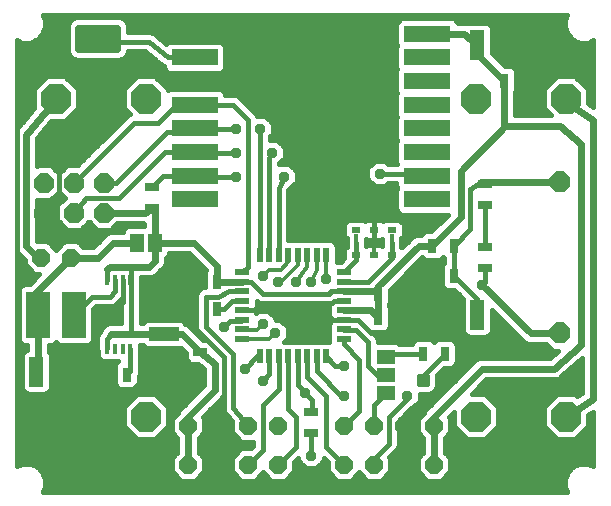
<source format=gtl>
G75*
%MOIN*%
%OFA0B0*%
%FSLAX25Y25*%
%IPPOS*%
%LPD*%
%AMOC8*
5,1,8,0,0,1.08239X$1,22.5*
%
%ADD10R,0.15748X0.05512*%
%ADD11R,0.04724X0.09843*%
%ADD12R,0.09843X0.04724*%
%ADD13R,0.07874X0.15748*%
%ADD14R,0.01575X0.03543*%
%ADD15R,0.03150X0.04724*%
%ADD16R,0.04724X0.03150*%
%ADD17OC8,0.06000*%
%ADD18R,0.04600X0.06300*%
%ADD19OC8,0.10050*%
%ADD20R,0.01575X0.06299*%
%ADD21R,0.03150X0.01969*%
%ADD22OC8,0.06600*%
%ADD23C,0.02362*%
%ADD24OC8,0.07000*%
%ADD25C,0.01181*%
%ADD26R,0.06300X0.04600*%
%ADD27R,0.05000X0.02200*%
%ADD28R,0.02200X0.05000*%
%ADD29C,0.01600*%
%ADD30C,0.02400*%
%ADD31C,0.01200*%
%ADD32OC8,0.03562*%
%ADD33C,0.01000*%
%ADD34C,0.01800*%
D10*
X0064020Y0102241D03*
X0064020Y0110115D03*
X0064020Y0117989D03*
X0064020Y0125863D03*
X0064020Y0133737D03*
X0064020Y0141611D03*
X0064020Y0149485D03*
X0064020Y0157359D03*
X0141580Y0157359D03*
X0141580Y0149485D03*
X0141580Y0141611D03*
X0141580Y0133737D03*
X0141580Y0125863D03*
X0141580Y0117989D03*
X0141580Y0110115D03*
X0141580Y0102241D03*
D11*
X0145304Y0063800D03*
X0158296Y0063800D03*
X0158304Y0153800D03*
X0171296Y0153800D03*
X0024296Y0044800D03*
X0011304Y0044800D03*
D12*
X0053800Y0044304D03*
X0053800Y0057296D03*
D13*
X0023706Y0063800D03*
X0011894Y0063800D03*
D14*
X0034961Y0052383D03*
X0037520Y0052383D03*
X0040080Y0052383D03*
X0042639Y0052383D03*
X0042639Y0075217D03*
X0040080Y0075217D03*
X0037520Y0075217D03*
X0034961Y0075217D03*
D15*
X0064257Y0074800D03*
X0071343Y0074800D03*
X0071343Y0065800D03*
X0064257Y0065800D03*
X0041343Y0043800D03*
X0034257Y0043800D03*
X0125257Y0062800D03*
X0132343Y0062800D03*
X0132343Y0070800D03*
X0125257Y0070800D03*
X0143257Y0076800D03*
X0150343Y0076800D03*
X0150343Y0086800D03*
X0143257Y0086800D03*
X0140257Y0050800D03*
X0147343Y0050800D03*
X0167257Y0141800D03*
X0174343Y0141800D03*
D16*
X0160800Y0107343D03*
X0160800Y0100257D03*
X0160800Y0086343D03*
X0160800Y0079257D03*
X0102800Y0031343D03*
X0102800Y0024257D03*
X0065800Y0044257D03*
X0065800Y0051343D03*
X0049800Y0099257D03*
X0049800Y0106343D03*
D17*
X0022800Y0082800D03*
X0012800Y0082800D03*
X0061800Y0026800D03*
X0071800Y0026800D03*
X0081800Y0026800D03*
X0091800Y0026800D03*
X0091800Y0013800D03*
X0081800Y0013800D03*
X0071800Y0013800D03*
X0061800Y0013800D03*
X0113800Y0013800D03*
X0123800Y0013800D03*
X0133800Y0013800D03*
X0143800Y0013800D03*
X0143800Y0026800D03*
X0133800Y0026800D03*
X0123800Y0026800D03*
X0113800Y0026800D03*
D18*
X0050800Y0087800D03*
X0044800Y0087800D03*
D19*
X0047800Y0135800D03*
X0017800Y0135800D03*
X0017800Y0029800D03*
X0047800Y0029800D03*
X0157800Y0029800D03*
X0187800Y0029800D03*
X0187800Y0135800D03*
X0157800Y0135800D03*
D20*
X0129706Y0087800D03*
X0123800Y0087800D03*
X0117894Y0087800D03*
D21*
X0117894Y0091934D03*
X0123800Y0091934D03*
X0129706Y0091934D03*
X0129706Y0083666D03*
X0123800Y0083666D03*
X0117894Y0083666D03*
D22*
X0033800Y0097800D03*
X0033800Y0107800D03*
X0023800Y0107800D03*
X0023800Y0097800D03*
X0013800Y0097800D03*
X0013800Y0107800D03*
D23*
X0025304Y0152257D02*
X0038296Y0152257D01*
X0025304Y0152257D02*
X0025304Y0159343D01*
X0038296Y0159343D01*
X0038296Y0152257D01*
X0038296Y0154618D02*
X0025304Y0154618D01*
X0025304Y0156979D02*
X0038296Y0156979D01*
X0038296Y0159340D02*
X0025304Y0159340D01*
D24*
X0185800Y0107997D03*
X0185800Y0057603D03*
D25*
X0145875Y0043178D02*
X0145875Y0040422D01*
X0145875Y0043178D02*
X0148631Y0043178D01*
X0148631Y0040422D01*
X0145875Y0040422D01*
X0145875Y0041602D02*
X0148631Y0041602D01*
X0148631Y0042782D02*
X0145875Y0042782D01*
X0138969Y0043178D02*
X0138969Y0040422D01*
X0138969Y0043178D02*
X0141725Y0043178D01*
X0141725Y0040422D01*
X0138969Y0040422D01*
X0138969Y0041602D02*
X0141725Y0041602D01*
X0141725Y0042782D02*
X0138969Y0042782D01*
D26*
X0127800Y0043800D03*
X0127800Y0037800D03*
X0127800Y0049800D03*
D27*
X0113700Y0055776D03*
X0113700Y0058926D03*
X0113700Y0062076D03*
X0113700Y0065225D03*
X0113700Y0068375D03*
X0113700Y0071524D03*
X0113700Y0074674D03*
X0113700Y0077824D03*
X0079900Y0077824D03*
X0079900Y0074674D03*
X0079900Y0071524D03*
X0079900Y0068375D03*
X0079900Y0065225D03*
X0079900Y0062076D03*
X0079900Y0058926D03*
X0079900Y0055776D03*
D28*
X0085776Y0049900D03*
X0088926Y0049900D03*
X0092076Y0049900D03*
X0095225Y0049900D03*
X0098375Y0049900D03*
X0101524Y0049900D03*
X0104674Y0049900D03*
X0107824Y0049900D03*
X0107824Y0083700D03*
X0104674Y0083700D03*
X0101524Y0083700D03*
X0098375Y0083700D03*
X0095225Y0083700D03*
X0092076Y0083700D03*
X0088926Y0083700D03*
X0085776Y0083700D03*
D29*
X0014137Y0006539D02*
X0013416Y0004800D01*
X0188184Y0004800D01*
X0187463Y0006539D01*
X0187463Y0009061D01*
X0188428Y0011390D01*
X0190210Y0013172D01*
X0192539Y0014137D01*
X0195061Y0014137D01*
X0196800Y0013416D01*
X0196800Y0031473D01*
X0195225Y0030423D01*
X0195225Y0026724D01*
X0190876Y0022375D01*
X0184724Y0022375D01*
X0180375Y0026724D01*
X0180375Y0032876D01*
X0184724Y0037225D01*
X0190876Y0037225D01*
X0191504Y0036596D01*
X0193200Y0037727D01*
X0193200Y0049339D01*
X0186271Y0043180D01*
X0185839Y0042748D01*
X0185738Y0042706D01*
X0185656Y0042634D01*
X0185080Y0042434D01*
X0184516Y0042200D01*
X0184407Y0042200D01*
X0184303Y0042164D01*
X0183694Y0042200D01*
X0161291Y0042200D01*
X0156316Y0037225D01*
X0160876Y0037225D01*
X0165225Y0032876D01*
X0165225Y0026724D01*
X0160876Y0022375D01*
X0154724Y0022375D01*
X0150375Y0026724D01*
X0150375Y0031284D01*
X0148664Y0029573D01*
X0149200Y0029037D01*
X0149200Y0024563D01*
X0147400Y0022763D01*
X0147400Y0017837D01*
X0149200Y0016037D01*
X0149200Y0011563D01*
X0146037Y0008400D01*
X0141563Y0008400D01*
X0138400Y0011563D01*
X0138400Y0016037D01*
X0140200Y0017837D01*
X0140200Y0022763D01*
X0138400Y0024563D01*
X0138400Y0029037D01*
X0140427Y0031063D01*
X0140748Y0031839D01*
X0156748Y0047839D01*
X0157761Y0048852D01*
X0159084Y0049400D01*
X0182431Y0049400D01*
X0185022Y0051703D01*
X0183356Y0051703D01*
X0181056Y0054003D01*
X0176713Y0054003D01*
X0175281Y0054003D01*
X0173958Y0054551D01*
X0150924Y0054551D01*
X0150953Y0054522D02*
X0150278Y0055197D01*
X0149395Y0055562D01*
X0145291Y0055562D01*
X0144409Y0055197D01*
X0143800Y0054588D01*
X0143191Y0055197D01*
X0142309Y0055562D01*
X0138204Y0055562D01*
X0137322Y0055197D01*
X0136647Y0054522D01*
X0136431Y0054000D01*
X0132444Y0054000D01*
X0132309Y0054135D01*
X0131427Y0054500D01*
X0125000Y0054500D01*
X0125000Y0055437D01*
X0124513Y0056613D01*
X0123005Y0058120D01*
X0123204Y0058038D01*
X0127309Y0058038D01*
X0128191Y0058403D01*
X0128866Y0059078D01*
X0129231Y0059960D01*
X0129231Y0065640D01*
X0128866Y0066522D01*
X0128857Y0066531D01*
X0128857Y0067069D01*
X0128866Y0067078D01*
X0129231Y0067960D01*
X0129231Y0072140D01*
X0139908Y0082817D01*
X0140322Y0082403D01*
X0141204Y0082038D01*
X0145309Y0082038D01*
X0146191Y0082403D01*
X0146800Y0083012D01*
X0147143Y0082669D01*
X0147143Y0080931D01*
X0146734Y0080522D01*
X0146369Y0079640D01*
X0146369Y0073960D01*
X0146734Y0073078D01*
X0147409Y0072403D01*
X0148291Y0072038D01*
X0150580Y0072038D01*
X0153534Y0069084D01*
X0153534Y0058401D01*
X0153899Y0057519D01*
X0154574Y0056844D01*
X0155456Y0056479D01*
X0161136Y0056479D01*
X0162018Y0056844D01*
X0162693Y0057519D01*
X0163058Y0058401D01*
X0163058Y0065451D01*
X0173958Y0054551D01*
X0172359Y0056149D02*
X0124705Y0056149D01*
X0125000Y0054551D02*
X0136676Y0054551D01*
X0140257Y0050800D02*
X0127800Y0050800D01*
X0121800Y0046800D02*
X0121800Y0054800D01*
X0117800Y0058800D01*
X0113826Y0058800D01*
X0113700Y0058926D01*
X0113700Y0055776D02*
X0113700Y0053900D01*
X0118800Y0048800D01*
X0118800Y0031800D01*
X0113800Y0026800D01*
X0107800Y0019800D02*
X0113800Y0013800D01*
X0118800Y0011163D02*
X0121563Y0008400D01*
X0126037Y0008400D01*
X0129200Y0011563D01*
X0129200Y0016037D01*
X0128881Y0016356D01*
X0130613Y0018087D01*
X0131513Y0018987D01*
X0132000Y0020163D01*
X0132000Y0028475D01*
X0136144Y0032619D01*
X0136532Y0032619D01*
X0138981Y0035068D01*
X0138981Y0037431D01*
X0142320Y0037431D01*
X0143419Y0037887D01*
X0144260Y0038728D01*
X0144716Y0039827D01*
X0144716Y0043647D01*
X0147107Y0046038D01*
X0149395Y0046038D01*
X0150278Y0046403D01*
X0150953Y0047078D01*
X0151318Y0047960D01*
X0151318Y0053640D01*
X0150953Y0054522D01*
X0151318Y0052952D02*
X0182107Y0052952D01*
X0184629Y0051354D02*
X0151318Y0051354D01*
X0151318Y0049755D02*
X0182831Y0049755D01*
X0188273Y0044960D02*
X0193200Y0044960D01*
X0193200Y0046558D02*
X0190072Y0046558D01*
X0191870Y0048157D02*
X0193200Y0048157D01*
X0193200Y0043361D02*
X0186475Y0043361D01*
X0193200Y0041763D02*
X0160854Y0041763D01*
X0159255Y0040164D02*
X0193200Y0040164D01*
X0193200Y0038566D02*
X0157657Y0038566D01*
X0161133Y0036967D02*
X0184467Y0036967D01*
X0182868Y0035369D02*
X0162732Y0035369D01*
X0164330Y0033770D02*
X0181270Y0033770D01*
X0180375Y0032172D02*
X0165225Y0032172D01*
X0165225Y0030573D02*
X0180375Y0030573D01*
X0180375Y0028975D02*
X0165225Y0028975D01*
X0165225Y0027376D02*
X0180375Y0027376D01*
X0181322Y0025778D02*
X0164278Y0025778D01*
X0162680Y0024179D02*
X0182920Y0024179D01*
X0184519Y0022581D02*
X0161081Y0022581D01*
X0154519Y0022581D02*
X0147400Y0022581D01*
X0147400Y0020982D02*
X0196800Y0020982D01*
X0196800Y0019384D02*
X0147400Y0019384D01*
X0147452Y0017785D02*
X0196800Y0017785D01*
X0196800Y0016187D02*
X0149050Y0016187D01*
X0149200Y0014588D02*
X0196800Y0014588D01*
X0190028Y0012990D02*
X0149200Y0012990D01*
X0149028Y0011391D02*
X0188429Y0011391D01*
X0187766Y0009793D02*
X0147429Y0009793D01*
X0140171Y0009793D02*
X0127429Y0009793D01*
X0129028Y0011391D02*
X0138572Y0011391D01*
X0138400Y0012990D02*
X0129200Y0012990D01*
X0129200Y0014588D02*
X0138400Y0014588D01*
X0138550Y0016187D02*
X0129050Y0016187D01*
X0130311Y0017785D02*
X0140148Y0017785D01*
X0140200Y0019384D02*
X0131677Y0019384D01*
X0132000Y0020982D02*
X0140200Y0020982D01*
X0140200Y0022581D02*
X0132000Y0022581D01*
X0132000Y0024179D02*
X0138784Y0024179D01*
X0138400Y0025778D02*
X0132000Y0025778D01*
X0132000Y0027376D02*
X0138400Y0027376D01*
X0138400Y0028975D02*
X0132500Y0028975D01*
X0133800Y0028347D02*
X0147253Y0041800D01*
X0147253Y0043253D02*
X0152800Y0048800D01*
X0152800Y0056304D01*
X0145304Y0063800D01*
X0133343Y0063800D01*
X0132343Y0062800D02*
X0132343Y0070800D01*
X0137257Y0070800D01*
X0143257Y0076800D01*
X0146369Y0076930D02*
X0134021Y0076930D01*
X0132423Y0075332D02*
X0146369Y0075332D01*
X0146463Y0073733D02*
X0130824Y0073733D01*
X0129231Y0072134D02*
X0148058Y0072134D01*
X0152082Y0070536D02*
X0129231Y0070536D01*
X0129231Y0068937D02*
X0153534Y0068937D01*
X0153534Y0067339D02*
X0128974Y0067339D01*
X0129190Y0065740D02*
X0153534Y0065740D01*
X0153534Y0064142D02*
X0129231Y0064142D01*
X0129231Y0062543D02*
X0153534Y0062543D01*
X0153534Y0060945D02*
X0129231Y0060945D01*
X0128977Y0059346D02*
X0153534Y0059346D01*
X0153805Y0057748D02*
X0123378Y0057748D01*
X0122800Y0057800D02*
X0129800Y0057800D01*
X0131800Y0059800D01*
X0131800Y0062257D01*
X0122800Y0057800D02*
X0118524Y0062076D01*
X0113700Y0062076D01*
X0101524Y0062076D01*
X0099800Y0063800D01*
X0099800Y0064800D01*
X0099800Y0066800D01*
X0100800Y0067800D01*
X0109800Y0067800D01*
X0110375Y0068375D01*
X0113700Y0068375D01*
X0113700Y0071524D02*
X0109524Y0071524D01*
X0108800Y0070800D01*
X0086800Y0070800D01*
X0082926Y0074674D01*
X0079900Y0074674D01*
X0079900Y0071524D02*
X0075524Y0071524D01*
X0071800Y0069800D01*
X0067800Y0069800D01*
X0067800Y0059800D01*
X0076800Y0050800D01*
X0076800Y0032800D01*
X0081800Y0026800D01*
X0078383Y0022581D02*
X0065400Y0022581D01*
X0065400Y0022763D02*
X0067200Y0024563D01*
X0067200Y0029037D01*
X0066664Y0029573D01*
X0072839Y0035748D01*
X0073600Y0036509D01*
X0073600Y0032945D01*
X0073556Y0032456D01*
X0073600Y0032313D01*
X0073600Y0032163D01*
X0073788Y0031710D01*
X0073934Y0031240D01*
X0074030Y0031126D01*
X0074087Y0030987D01*
X0074435Y0030640D01*
X0076400Y0028281D01*
X0076400Y0024563D01*
X0079563Y0021400D01*
X0083600Y0021400D01*
X0083600Y0020125D01*
X0082675Y0019200D01*
X0079563Y0019200D01*
X0076400Y0016037D01*
X0076400Y0011563D01*
X0079563Y0008400D01*
X0084037Y0008400D01*
X0086800Y0011163D01*
X0089563Y0008400D01*
X0094037Y0008400D01*
X0097200Y0011563D01*
X0097200Y0014675D01*
X0098619Y0016093D01*
X0098619Y0015068D01*
X0101068Y0012619D01*
X0104532Y0012619D01*
X0106981Y0015068D01*
X0106981Y0016093D01*
X0108400Y0014675D01*
X0108400Y0011563D01*
X0111563Y0008400D01*
X0116037Y0008400D01*
X0118800Y0011163D01*
X0117429Y0009793D02*
X0120171Y0009793D01*
X0123800Y0013800D02*
X0123800Y0015800D01*
X0128800Y0020800D01*
X0128800Y0029800D01*
X0134800Y0035800D01*
X0134800Y0036800D01*
X0137683Y0033770D02*
X0142679Y0033770D01*
X0141081Y0032172D02*
X0135697Y0032172D01*
X0134099Y0030573D02*
X0139936Y0030573D01*
X0138981Y0035369D02*
X0144278Y0035369D01*
X0145876Y0036967D02*
X0138981Y0036967D01*
X0140347Y0041800D02*
X0140347Y0043804D01*
X0147343Y0050800D01*
X0151318Y0048157D02*
X0157066Y0048157D01*
X0155467Y0046558D02*
X0150433Y0046558D01*
X0152270Y0043361D02*
X0144716Y0043361D01*
X0144716Y0041763D02*
X0150672Y0041763D01*
X0149073Y0040164D02*
X0144716Y0040164D01*
X0144098Y0038566D02*
X0147475Y0038566D01*
X0146029Y0044960D02*
X0153869Y0044960D01*
X0150375Y0030573D02*
X0149664Y0030573D01*
X0149200Y0028975D02*
X0150375Y0028975D01*
X0150375Y0027376D02*
X0149200Y0027376D01*
X0149200Y0025778D02*
X0151322Y0025778D01*
X0152920Y0024179D02*
X0148816Y0024179D01*
X0133800Y0026800D02*
X0133800Y0013800D01*
X0133800Y0007800D01*
X0131800Y0005800D01*
X0072800Y0005800D01*
X0026800Y0005800D01*
X0004800Y0026800D01*
X0004800Y0029800D01*
X0017800Y0029800D01*
X0014144Y0037479D02*
X0008464Y0037479D01*
X0007582Y0037844D01*
X0006907Y0038519D01*
X0006542Y0039401D01*
X0006542Y0050199D01*
X0006907Y0051081D01*
X0007582Y0051756D01*
X0008294Y0052051D01*
X0008294Y0053526D01*
X0007480Y0053526D01*
X0006598Y0053891D01*
X0005923Y0054566D01*
X0005557Y0055449D01*
X0005557Y0072151D01*
X0005923Y0073034D01*
X0006598Y0073709D01*
X0007480Y0074074D01*
X0008983Y0074074D01*
X0012309Y0077400D01*
X0010563Y0077400D01*
X0007400Y0080563D01*
X0007400Y0082109D01*
X0005761Y0083748D01*
X0005761Y0083748D01*
X0004800Y0084709D01*
X0004800Y0013416D01*
X0006539Y0014137D01*
X0009061Y0014137D01*
X0011390Y0013172D01*
X0013172Y0011390D01*
X0014137Y0009061D01*
X0014137Y0006539D01*
X0014137Y0006596D02*
X0187463Y0006596D01*
X0187463Y0008194D02*
X0014137Y0008194D01*
X0013834Y0009793D02*
X0058171Y0009793D01*
X0059563Y0008400D02*
X0056400Y0011563D01*
X0056400Y0016037D01*
X0058200Y0017837D01*
X0058200Y0022763D01*
X0056400Y0024563D01*
X0056400Y0029037D01*
X0058427Y0031063D01*
X0058748Y0031839D01*
X0067200Y0040291D01*
X0067200Y0045613D01*
X0065006Y0047369D01*
X0062960Y0047369D01*
X0062078Y0047734D01*
X0061403Y0048409D01*
X0061038Y0049291D01*
X0061038Y0051014D01*
X0059425Y0052627D01*
X0059199Y0052534D01*
X0048401Y0052534D01*
X0047519Y0052899D01*
X0046844Y0053574D01*
X0046794Y0053696D01*
X0045826Y0053696D01*
X0045826Y0053050D01*
X0045839Y0053019D01*
X0045839Y0044459D01*
X0045351Y0043283D01*
X0045318Y0043249D01*
X0045318Y0040960D01*
X0044953Y0040078D01*
X0044278Y0039403D01*
X0043395Y0039038D01*
X0039291Y0039038D01*
X0038409Y0039403D01*
X0037734Y0040078D01*
X0037369Y0040960D01*
X0037369Y0046640D01*
X0037734Y0047522D01*
X0038409Y0048197D01*
X0038443Y0048211D01*
X0036256Y0048211D01*
X0036241Y0048217D01*
X0036226Y0048211D01*
X0033697Y0048211D01*
X0032815Y0048576D01*
X0032139Y0049252D01*
X0031774Y0050134D01*
X0031774Y0051487D01*
X0031600Y0051908D01*
X0031600Y0054902D01*
X0031500Y0055144D01*
X0031500Y0056456D01*
X0032002Y0057669D01*
X0032944Y0058611D01*
X0033244Y0059335D01*
X0034257Y0060348D01*
X0035580Y0060896D01*
X0039500Y0060896D01*
X0039500Y0068833D01*
X0038598Y0067931D01*
X0037669Y0067002D01*
X0036456Y0066500D01*
X0031072Y0066500D01*
X0030043Y0065470D01*
X0030043Y0055449D01*
X0029677Y0054566D01*
X0029002Y0053891D01*
X0028120Y0053526D01*
X0019291Y0053526D01*
X0018409Y0053891D01*
X0017800Y0054500D01*
X0017191Y0053891D01*
X0016309Y0053526D01*
X0015494Y0053526D01*
X0015494Y0051287D01*
X0015701Y0051081D01*
X0016066Y0050199D01*
X0016066Y0039401D01*
X0015701Y0038519D01*
X0015026Y0037844D01*
X0014144Y0037479D01*
X0015720Y0038566D02*
X0065475Y0038566D01*
X0067073Y0040164D02*
X0044988Y0040164D01*
X0045318Y0041763D02*
X0067200Y0041763D01*
X0067200Y0043361D02*
X0045384Y0043361D01*
X0045839Y0044960D02*
X0067200Y0044960D01*
X0066018Y0046558D02*
X0045839Y0046558D01*
X0045839Y0048157D02*
X0061655Y0048157D01*
X0061038Y0049755D02*
X0045839Y0049755D01*
X0045839Y0051354D02*
X0060698Y0051354D01*
X0066085Y0056149D02*
X0066925Y0056149D01*
X0066916Y0055318D02*
X0067756Y0055318D01*
X0065087Y0057987D01*
X0064600Y0059163D01*
X0064600Y0070437D01*
X0065087Y0071613D01*
X0065987Y0072513D01*
X0067163Y0073000D01*
X0067369Y0073000D01*
X0067369Y0077640D01*
X0067734Y0078522D01*
X0067861Y0078648D01*
X0062309Y0084200D01*
X0055500Y0084200D01*
X0055500Y0084173D01*
X0055135Y0083291D01*
X0054459Y0082615D01*
X0054400Y0082591D01*
X0054400Y0081084D01*
X0053852Y0079761D01*
X0050839Y0076748D01*
X0049516Y0076200D01*
X0046100Y0076200D01*
X0046100Y0060896D01*
X0046794Y0060896D01*
X0046844Y0061018D01*
X0047519Y0061693D01*
X0048401Y0062058D01*
X0059199Y0062058D01*
X0060081Y0061693D01*
X0060756Y0061018D01*
X0060857Y0060775D01*
X0061886Y0060348D01*
X0066916Y0055318D01*
X0065327Y0057748D02*
X0064487Y0057748D01*
X0064600Y0059346D02*
X0062888Y0059346D01*
X0064257Y0059343D02*
X0073800Y0049800D01*
X0073800Y0028800D01*
X0071800Y0026800D01*
X0071800Y0013800D01*
X0071800Y0006800D01*
X0072800Y0005800D01*
X0078171Y0009793D02*
X0065429Y0009793D01*
X0064037Y0008400D02*
X0067200Y0011563D01*
X0067200Y0016037D01*
X0065400Y0017837D01*
X0065400Y0022763D01*
X0065400Y0020982D02*
X0083600Y0020982D01*
X0082858Y0019384D02*
X0065400Y0019384D01*
X0065452Y0017785D02*
X0078148Y0017785D01*
X0076550Y0016187D02*
X0067050Y0016187D01*
X0067200Y0014588D02*
X0076400Y0014588D01*
X0076400Y0012990D02*
X0067200Y0012990D01*
X0067028Y0011391D02*
X0076572Y0011391D01*
X0081800Y0013800D02*
X0086800Y0018800D01*
X0086800Y0033800D01*
X0092076Y0039076D01*
X0092076Y0049900D01*
X0088926Y0049900D02*
X0088926Y0043926D01*
X0086800Y0041800D01*
X0080800Y0045800D02*
X0084900Y0049900D01*
X0085776Y0049900D01*
X0093713Y0054800D02*
X0094981Y0056068D01*
X0094981Y0059532D01*
X0092532Y0061981D01*
X0090981Y0061981D01*
X0090981Y0062532D01*
X0088532Y0064981D01*
X0085068Y0064981D01*
X0084490Y0064402D01*
X0084435Y0064535D01*
X0083759Y0065210D01*
X0083723Y0065225D01*
X0083759Y0065240D01*
X0084435Y0065915D01*
X0084800Y0066797D01*
X0084800Y0068275D01*
X0084987Y0068087D01*
X0086163Y0067600D01*
X0109130Y0067600D01*
X0108800Y0066803D01*
X0108800Y0063648D01*
X0109165Y0062766D01*
X0109841Y0062091D01*
X0109877Y0062076D01*
X0109841Y0062061D01*
X0109165Y0061385D01*
X0108800Y0060503D01*
X0108800Y0054800D01*
X0093713Y0054800D01*
X0094981Y0056149D02*
X0108800Y0056149D01*
X0108800Y0057748D02*
X0094981Y0057748D01*
X0094981Y0059346D02*
X0108800Y0059346D01*
X0108983Y0060945D02*
X0093568Y0060945D01*
X0090970Y0062543D02*
X0109388Y0062543D01*
X0108800Y0064142D02*
X0089371Y0064142D01*
X0084800Y0067339D02*
X0109022Y0067339D01*
X0108800Y0065740D02*
X0084260Y0065740D01*
X0079900Y0065225D02*
X0099375Y0065225D01*
X0113826Y0074800D02*
X0121800Y0074800D01*
X0129706Y0082706D01*
X0129706Y0087800D01*
X0132905Y0088120D02*
X0135028Y0088120D01*
X0135748Y0088839D02*
X0133117Y0086208D01*
X0132905Y0086419D01*
X0132905Y0088437D01*
X0132893Y0088467D01*
X0132893Y0089168D01*
X0133315Y0089590D01*
X0133680Y0090472D01*
X0133680Y0093395D01*
X0133315Y0094278D01*
X0132640Y0094953D01*
X0131758Y0095318D01*
X0127653Y0095318D01*
X0126771Y0094953D01*
X0126753Y0094934D01*
X0126734Y0094953D01*
X0125852Y0095318D01*
X0121748Y0095318D01*
X0120866Y0094953D01*
X0120847Y0094934D01*
X0120829Y0094953D01*
X0119947Y0095318D01*
X0115842Y0095318D01*
X0114960Y0094953D01*
X0114285Y0094278D01*
X0113920Y0093395D01*
X0113920Y0090472D01*
X0114285Y0089590D01*
X0114707Y0089168D01*
X0114707Y0088467D01*
X0114694Y0088437D01*
X0114694Y0086419D01*
X0114285Y0086010D01*
X0113920Y0085128D01*
X0113920Y0082569D01*
X0112675Y0081324D01*
X0111324Y0081324D01*
X0111324Y0086677D01*
X0110958Y0087559D01*
X0110283Y0088235D01*
X0109401Y0088600D01*
X0095276Y0088600D01*
X0095276Y0105371D01*
X0095390Y0105619D01*
X0095532Y0105619D01*
X0097981Y0108068D01*
X0097981Y0111532D01*
X0095532Y0113981D01*
X0092126Y0113981D01*
X0092126Y0114213D01*
X0093981Y0116068D01*
X0093981Y0119532D01*
X0091532Y0121981D01*
X0089000Y0121981D01*
X0089000Y0123087D01*
X0089981Y0124068D01*
X0089981Y0127532D01*
X0087532Y0129981D01*
X0084774Y0129981D01*
X0084513Y0130613D01*
X0083613Y0131513D01*
X0083613Y0131513D01*
X0079513Y0135613D01*
X0078613Y0136513D01*
X0077437Y0137000D01*
X0074282Y0137000D01*
X0073929Y0137852D01*
X0073254Y0138528D01*
X0072372Y0138893D01*
X0055669Y0138893D01*
X0055225Y0138709D01*
X0055225Y0138876D01*
X0050876Y0143225D01*
X0044724Y0143225D01*
X0040375Y0138876D01*
X0040375Y0132724D01*
X0042411Y0130688D01*
X0041987Y0130513D01*
X0024975Y0113500D01*
X0021439Y0113500D01*
X0018800Y0110861D01*
X0016161Y0113500D01*
X0011439Y0113500D01*
X0011400Y0113461D01*
X0011400Y0122497D01*
X0016299Y0128375D01*
X0020876Y0128375D01*
X0025225Y0132724D01*
X0025225Y0138876D01*
X0020876Y0143225D01*
X0014724Y0143225D01*
X0010375Y0138876D01*
X0010375Y0132724D01*
X0010471Y0132629D01*
X0005139Y0126230D01*
X0004800Y0125891D01*
X0004800Y0155184D01*
X0006539Y0154463D01*
X0009061Y0154463D01*
X0011390Y0155428D01*
X0013172Y0157210D01*
X0014137Y0159539D01*
X0014137Y0162061D01*
X0013416Y0163800D01*
X0188184Y0163800D01*
X0187463Y0162061D01*
X0187463Y0159539D01*
X0188428Y0157210D01*
X0190210Y0155428D01*
X0192539Y0154463D01*
X0195061Y0154463D01*
X0196800Y0155184D01*
X0196800Y0133127D01*
X0195225Y0134177D01*
X0195225Y0138876D01*
X0190876Y0143225D01*
X0184724Y0143225D01*
X0180375Y0138876D01*
X0180375Y0132724D01*
X0182699Y0130400D01*
X0170857Y0130400D01*
X0170857Y0138069D01*
X0170866Y0138078D01*
X0171231Y0138960D01*
X0171231Y0144640D01*
X0170866Y0145522D01*
X0170191Y0146197D01*
X0169309Y0146562D01*
X0167586Y0146562D01*
X0163066Y0151082D01*
X0163066Y0159199D01*
X0162701Y0160081D01*
X0162026Y0160756D01*
X0161144Y0161121D01*
X0155464Y0161121D01*
X0154767Y0160832D01*
X0154461Y0160959D01*
X0154234Y0160959D01*
X0154015Y0161020D01*
X0153524Y0160959D01*
X0151702Y0160959D01*
X0151488Y0161474D01*
X0150813Y0162150D01*
X0149931Y0162515D01*
X0133228Y0162515D01*
X0132346Y0162150D01*
X0131671Y0161474D01*
X0131306Y0160592D01*
X0131306Y0154126D01*
X0131597Y0153422D01*
X0131306Y0152718D01*
X0131306Y0146252D01*
X0131597Y0145548D01*
X0131306Y0144844D01*
X0131306Y0138378D01*
X0131597Y0137674D01*
X0131306Y0136970D01*
X0131306Y0130504D01*
X0131597Y0129800D01*
X0131306Y0129096D01*
X0131306Y0122630D01*
X0131597Y0121926D01*
X0131306Y0121222D01*
X0131306Y0114756D01*
X0131597Y0114052D01*
X0131575Y0114000D01*
X0128513Y0114000D01*
X0127532Y0114981D01*
X0124068Y0114981D01*
X0121619Y0112532D01*
X0121619Y0109068D01*
X0124068Y0106619D01*
X0127532Y0106619D01*
X0128513Y0107600D01*
X0131306Y0107600D01*
X0131306Y0106882D01*
X0131597Y0106178D01*
X0131306Y0105474D01*
X0131306Y0099008D01*
X0131671Y0098126D01*
X0132346Y0097450D01*
X0133228Y0097085D01*
X0148451Y0097085D01*
X0142928Y0091562D01*
X0141204Y0091562D01*
X0140322Y0091197D01*
X0139647Y0090522D01*
X0139597Y0090400D01*
X0138084Y0090400D01*
X0136761Y0089852D01*
X0135748Y0088839D01*
X0136627Y0089718D02*
X0133368Y0089718D01*
X0133680Y0091317D02*
X0140612Y0091317D01*
X0144281Y0092915D02*
X0133680Y0092915D01*
X0133079Y0094514D02*
X0145879Y0094514D01*
X0147478Y0096112D02*
X0095276Y0096112D01*
X0095276Y0094514D02*
X0114521Y0094514D01*
X0113920Y0092915D02*
X0095276Y0092915D01*
X0095276Y0091317D02*
X0113920Y0091317D01*
X0114232Y0089718D02*
X0095276Y0089718D01*
X0092076Y0083700D02*
X0092076Y0106076D01*
X0093800Y0109800D01*
X0097215Y0107302D02*
X0123385Y0107302D01*
X0121787Y0108900D02*
X0097981Y0108900D01*
X0097981Y0110499D02*
X0121619Y0110499D01*
X0121619Y0112097D02*
X0097416Y0112097D01*
X0095817Y0113696D02*
X0122783Y0113696D01*
X0125800Y0110800D02*
X0139265Y0110800D01*
X0131306Y0107302D02*
X0128215Y0107302D01*
X0131400Y0105703D02*
X0095616Y0105703D01*
X0095276Y0104105D02*
X0131306Y0104105D01*
X0131306Y0102506D02*
X0095276Y0102506D01*
X0095276Y0100908D02*
X0131306Y0100908D01*
X0131306Y0099309D02*
X0095276Y0099309D01*
X0095276Y0097711D02*
X0132086Y0097711D01*
X0123800Y0102800D02*
X0114300Y0112300D01*
X0110300Y0112300D01*
X0079300Y0143300D01*
X0083800Y0147800D01*
X0083800Y0161800D01*
X0084800Y0162800D01*
X0069461Y0162800D01*
X0064020Y0157359D01*
X0055669Y0154641D02*
X0054787Y0154276D01*
X0054607Y0154095D01*
X0050966Y0157160D01*
X0050613Y0157513D01*
X0050482Y0157567D01*
X0050374Y0157658D01*
X0049898Y0157809D01*
X0049437Y0158000D01*
X0049295Y0158000D01*
X0049160Y0158043D01*
X0048663Y0158000D01*
X0041877Y0158000D01*
X0041877Y0160056D01*
X0041332Y0161372D01*
X0040325Y0162379D01*
X0039008Y0162924D01*
X0024592Y0162924D01*
X0023275Y0162379D01*
X0022268Y0161372D01*
X0021723Y0160056D01*
X0021723Y0151544D01*
X0022268Y0150228D01*
X0023275Y0149221D01*
X0024592Y0148676D01*
X0039008Y0148676D01*
X0040325Y0149221D01*
X0041332Y0150228D01*
X0041877Y0151544D01*
X0041877Y0151600D01*
X0047633Y0151600D01*
X0052949Y0147125D01*
X0053302Y0146772D01*
X0053433Y0146718D01*
X0053541Y0146627D01*
X0053746Y0146562D01*
X0053746Y0146252D01*
X0054112Y0145370D01*
X0054787Y0144695D01*
X0055669Y0144329D01*
X0072372Y0144329D01*
X0073254Y0144695D01*
X0073929Y0145370D01*
X0074294Y0146252D01*
X0074294Y0152718D01*
X0073929Y0153600D01*
X0073254Y0154276D01*
X0072372Y0154641D01*
X0055669Y0154641D01*
X0053226Y0155257D02*
X0131306Y0155257D01*
X0131306Y0156856D02*
X0051327Y0156856D01*
X0048800Y0154800D02*
X0032800Y0154800D01*
X0039461Y0148863D02*
X0050884Y0148863D01*
X0048985Y0150462D02*
X0041429Y0150462D01*
X0040800Y0144800D02*
X0018800Y0122800D01*
X0018800Y0103800D01*
X0013800Y0098800D01*
X0011400Y0099309D02*
X0018100Y0099309D01*
X0018100Y0100161D02*
X0018100Y0095439D01*
X0021439Y0092100D01*
X0026161Y0092100D01*
X0028800Y0094739D01*
X0031439Y0092100D01*
X0036161Y0092100D01*
X0038261Y0094200D01*
X0046891Y0094200D01*
X0047146Y0094135D01*
X0047200Y0094143D01*
X0047200Y0093350D01*
X0042023Y0093350D01*
X0041141Y0092985D01*
X0040465Y0092309D01*
X0040100Y0091427D01*
X0040100Y0091400D01*
X0036084Y0091400D01*
X0034761Y0090852D01*
X0033748Y0089839D01*
X0030309Y0086400D01*
X0026837Y0086400D01*
X0025037Y0088200D01*
X0020563Y0088200D01*
X0017800Y0085437D01*
X0015037Y0088200D01*
X0011491Y0088200D01*
X0011400Y0088291D01*
X0011400Y0102139D01*
X0011439Y0102100D01*
X0016161Y0102100D01*
X0018800Y0104739D01*
X0020739Y0102800D01*
X0018100Y0100161D01*
X0018847Y0100908D02*
X0011400Y0100908D01*
X0011400Y0097711D02*
X0018100Y0097711D01*
X0018100Y0096112D02*
X0011400Y0096112D01*
X0011400Y0094514D02*
X0019025Y0094514D01*
X0020624Y0092915D02*
X0011400Y0092915D01*
X0011400Y0091317D02*
X0035883Y0091317D01*
X0036976Y0092915D02*
X0041071Y0092915D01*
X0033627Y0089718D02*
X0011400Y0089718D01*
X0015117Y0088120D02*
X0020483Y0088120D01*
X0018884Y0086521D02*
X0016716Y0086521D01*
X0025117Y0088120D02*
X0032028Y0088120D01*
X0030430Y0086521D02*
X0026716Y0086521D01*
X0026976Y0092915D02*
X0030624Y0092915D01*
X0029025Y0094514D02*
X0028575Y0094514D01*
X0023800Y0097800D02*
X0027800Y0102800D01*
X0038800Y0102800D01*
X0053989Y0117989D01*
X0064020Y0117989D01*
X0064209Y0117800D02*
X0077800Y0117800D01*
X0077800Y0109800D02*
X0064335Y0109800D01*
X0064020Y0110115D02*
X0053572Y0110115D01*
X0049800Y0106343D01*
X0037800Y0107800D02*
X0054800Y0124800D01*
X0062957Y0124800D01*
X0064020Y0125863D01*
X0065083Y0125800D02*
X0077800Y0125800D01*
X0081800Y0128800D02*
X0081800Y0079724D01*
X0079900Y0077824D01*
X0085800Y0083724D02*
X0085800Y0125800D01*
X0089200Y0123287D02*
X0131306Y0123287D01*
X0131306Y0124885D02*
X0089981Y0124885D01*
X0089981Y0126484D02*
X0131306Y0126484D01*
X0131306Y0128082D02*
X0089431Y0128082D01*
X0087832Y0129681D02*
X0131548Y0129681D01*
X0131306Y0131279D02*
X0083846Y0131279D01*
X0082248Y0132878D02*
X0131306Y0132878D01*
X0131306Y0134476D02*
X0080649Y0134476D01*
X0079513Y0135613D02*
X0079513Y0135613D01*
X0079051Y0136075D02*
X0131306Y0136075D01*
X0131597Y0137673D02*
X0074003Y0137673D01*
X0076800Y0133800D02*
X0066083Y0133800D01*
X0064020Y0133737D02*
X0057737Y0133737D01*
X0051800Y0127800D01*
X0043800Y0127800D01*
X0023800Y0107800D01*
X0019434Y0104105D02*
X0018166Y0104105D01*
X0016567Y0102506D02*
X0020445Y0102506D01*
X0020036Y0112097D02*
X0017564Y0112097D01*
X0011400Y0113696D02*
X0025170Y0113696D01*
X0026769Y0115294D02*
X0011400Y0115294D01*
X0011400Y0116893D02*
X0028367Y0116893D01*
X0029966Y0118491D02*
X0011400Y0118491D01*
X0011400Y0120090D02*
X0031564Y0120090D01*
X0033163Y0121688D02*
X0011400Y0121688D01*
X0012059Y0123287D02*
X0034761Y0123287D01*
X0036360Y0124885D02*
X0013391Y0124885D01*
X0014723Y0126484D02*
X0037958Y0126484D01*
X0039557Y0128082D02*
X0016055Y0128082D01*
X0009347Y0131279D02*
X0004800Y0131279D01*
X0004800Y0129681D02*
X0008015Y0129681D01*
X0006683Y0128082D02*
X0004800Y0128082D01*
X0004800Y0126484D02*
X0005350Y0126484D01*
X0004800Y0132878D02*
X0010375Y0132878D01*
X0010375Y0134476D02*
X0004800Y0134476D01*
X0004800Y0136075D02*
X0010375Y0136075D01*
X0010375Y0137673D02*
X0004800Y0137673D01*
X0004800Y0139272D02*
X0010771Y0139272D01*
X0012370Y0140870D02*
X0004800Y0140870D01*
X0004800Y0139800D02*
X0010800Y0144800D01*
X0042800Y0144800D01*
X0051800Y0144800D01*
X0053800Y0142800D01*
X0059831Y0142800D01*
X0054829Y0139272D02*
X0131306Y0139272D01*
X0131306Y0140870D02*
X0053230Y0140870D01*
X0051632Y0142469D02*
X0131306Y0142469D01*
X0131306Y0144068D02*
X0004800Y0144068D01*
X0004800Y0145666D02*
X0053989Y0145666D01*
X0052784Y0147265D02*
X0004800Y0147265D01*
X0004800Y0148863D02*
X0024139Y0148863D01*
X0022171Y0150462D02*
X0004800Y0150462D01*
X0004800Y0152060D02*
X0021723Y0152060D01*
X0021723Y0153659D02*
X0004800Y0153659D01*
X0010978Y0155257D02*
X0021723Y0155257D01*
X0021723Y0156856D02*
X0012817Y0156856D01*
X0013687Y0158454D02*
X0021723Y0158454D01*
X0021723Y0160053D02*
X0014137Y0160053D01*
X0014137Y0161651D02*
X0022547Y0161651D01*
X0013644Y0163250D02*
X0187956Y0163250D01*
X0187463Y0161651D02*
X0151311Y0161651D01*
X0162712Y0160053D02*
X0187463Y0160053D01*
X0187913Y0158454D02*
X0163066Y0158454D01*
X0163066Y0156856D02*
X0188783Y0156856D01*
X0190622Y0155257D02*
X0163066Y0155257D01*
X0163066Y0153659D02*
X0196800Y0153659D01*
X0196800Y0152060D02*
X0163066Y0152060D01*
X0163686Y0150462D02*
X0196800Y0150462D01*
X0196800Y0148863D02*
X0165285Y0148863D01*
X0166883Y0147265D02*
X0196800Y0147265D01*
X0196800Y0145666D02*
X0170722Y0145666D01*
X0171231Y0144068D02*
X0196800Y0144068D01*
X0196800Y0142469D02*
X0191632Y0142469D01*
X0193230Y0140870D02*
X0196800Y0140870D01*
X0196800Y0139272D02*
X0194829Y0139272D01*
X0195225Y0137673D02*
X0196800Y0137673D01*
X0196800Y0136075D02*
X0195225Y0136075D01*
X0195225Y0134476D02*
X0196800Y0134476D01*
X0183968Y0142469D02*
X0171231Y0142469D01*
X0171231Y0140870D02*
X0182370Y0140870D01*
X0180771Y0139272D02*
X0171231Y0139272D01*
X0170857Y0137673D02*
X0180375Y0137673D01*
X0180375Y0136075D02*
X0170857Y0136075D01*
X0170857Y0134476D02*
X0180375Y0134476D01*
X0180375Y0132878D02*
X0170857Y0132878D01*
X0170857Y0131279D02*
X0181820Y0131279D01*
X0171296Y0153800D02*
X0171296Y0159304D01*
X0168800Y0162800D01*
X0112800Y0162800D01*
X0114300Y0161300D01*
X0112800Y0162800D02*
X0084800Y0162800D01*
X0073871Y0153659D02*
X0131499Y0153659D01*
X0131306Y0152060D02*
X0074294Y0152060D01*
X0074294Y0150462D02*
X0131306Y0150462D01*
X0131306Y0148863D02*
X0074294Y0148863D01*
X0074294Y0147265D02*
X0131306Y0147265D01*
X0131548Y0145666D02*
X0074052Y0145666D01*
X0078800Y0142800D02*
X0079300Y0143300D01*
X0078800Y0142800D02*
X0064831Y0142800D01*
X0064020Y0149485D02*
X0055115Y0149485D01*
X0048800Y0154800D01*
X0041877Y0158454D02*
X0131306Y0158454D01*
X0131306Y0160053D02*
X0041877Y0160053D01*
X0041053Y0161651D02*
X0131848Y0161651D01*
X0131499Y0121688D02*
X0091825Y0121688D01*
X0093423Y0120090D02*
X0131306Y0120090D01*
X0131306Y0118491D02*
X0093981Y0118491D01*
X0093981Y0116893D02*
X0131306Y0116893D01*
X0131306Y0115294D02*
X0093207Y0115294D01*
X0089800Y0117800D02*
X0088926Y0115926D01*
X0088926Y0083700D01*
X0079900Y0068375D02*
X0076375Y0068375D01*
X0073800Y0065800D01*
X0071343Y0065800D01*
X0075800Y0061800D02*
X0079624Y0061800D01*
X0075800Y0061800D02*
X0073800Y0059800D01*
X0064600Y0060945D02*
X0060786Y0060945D01*
X0064257Y0059343D02*
X0064257Y0065800D01*
X0064257Y0074800D01*
X0065609Y0072134D02*
X0046100Y0072134D01*
X0046100Y0070536D02*
X0064641Y0070536D01*
X0064600Y0068937D02*
X0046100Y0068937D01*
X0046100Y0067339D02*
X0064600Y0067339D01*
X0064600Y0065740D02*
X0046100Y0065740D01*
X0046100Y0064142D02*
X0064600Y0064142D01*
X0064600Y0062543D02*
X0046100Y0062543D01*
X0046100Y0060945D02*
X0046814Y0060945D01*
X0039500Y0060945D02*
X0030043Y0060945D01*
X0030043Y0062543D02*
X0039500Y0062543D01*
X0039500Y0064142D02*
X0030043Y0064142D01*
X0030313Y0065740D02*
X0039500Y0065740D01*
X0039500Y0067339D02*
X0038006Y0067339D01*
X0040080Y0068080D02*
X0030800Y0058800D01*
X0030800Y0047257D01*
X0034257Y0043800D01*
X0037369Y0043361D02*
X0016066Y0043361D01*
X0016066Y0041763D02*
X0037369Y0041763D01*
X0037698Y0040164D02*
X0016066Y0040164D01*
X0016066Y0044960D02*
X0037369Y0044960D01*
X0037369Y0046558D02*
X0016066Y0046558D01*
X0016066Y0048157D02*
X0038369Y0048157D01*
X0042639Y0045095D02*
X0041343Y0043800D01*
X0042639Y0045095D02*
X0042639Y0052383D01*
X0045839Y0052952D02*
X0047466Y0052952D01*
X0050304Y0044304D02*
X0053800Y0044304D01*
X0050876Y0037225D02*
X0044724Y0037225D01*
X0040375Y0032876D01*
X0040375Y0026724D01*
X0044724Y0022375D01*
X0050876Y0022375D01*
X0055225Y0026724D01*
X0055225Y0032876D01*
X0050876Y0037225D01*
X0051133Y0036967D02*
X0063876Y0036967D01*
X0062278Y0035369D02*
X0052732Y0035369D01*
X0054330Y0033770D02*
X0060679Y0033770D01*
X0059081Y0032172D02*
X0055225Y0032172D01*
X0055225Y0030573D02*
X0057936Y0030573D01*
X0056400Y0028975D02*
X0055225Y0028975D01*
X0055225Y0027376D02*
X0056400Y0027376D01*
X0056400Y0025778D02*
X0054278Y0025778D01*
X0052680Y0024179D02*
X0056784Y0024179D01*
X0058200Y0022581D02*
X0051081Y0022581D01*
X0044519Y0022581D02*
X0004800Y0022581D01*
X0004800Y0024179D02*
X0042920Y0024179D01*
X0041322Y0025778D02*
X0004800Y0025778D01*
X0004800Y0027376D02*
X0040375Y0027376D01*
X0040375Y0028975D02*
X0004800Y0028975D01*
X0004800Y0029800D02*
X0004800Y0139800D01*
X0004800Y0142469D02*
X0013968Y0142469D01*
X0021632Y0142469D02*
X0043968Y0142469D01*
X0042370Y0140870D02*
X0023230Y0140870D01*
X0024829Y0139272D02*
X0040771Y0139272D01*
X0040375Y0137673D02*
X0025225Y0137673D01*
X0025225Y0136075D02*
X0040375Y0136075D01*
X0040375Y0134476D02*
X0025225Y0134476D01*
X0025225Y0132878D02*
X0040375Y0132878D01*
X0041820Y0131279D02*
X0023780Y0131279D01*
X0022181Y0129681D02*
X0041155Y0129681D01*
X0037800Y0107800D02*
X0033800Y0107800D01*
X0055149Y0083324D02*
X0063185Y0083324D01*
X0064783Y0081726D02*
X0054400Y0081726D01*
X0054004Y0080127D02*
X0066382Y0080127D01*
X0067741Y0078529D02*
X0052620Y0078529D01*
X0051021Y0076930D02*
X0067369Y0076930D01*
X0067369Y0075332D02*
X0046100Y0075332D01*
X0046100Y0073733D02*
X0067369Y0073733D01*
X0040080Y0075217D02*
X0040080Y0068080D01*
X0037520Y0071520D02*
X0037520Y0075217D01*
X0033255Y0059346D02*
X0030043Y0059346D01*
X0030043Y0057748D02*
X0032081Y0057748D01*
X0031500Y0056149D02*
X0030043Y0056149D01*
X0029662Y0054551D02*
X0031600Y0054551D01*
X0031600Y0052952D02*
X0015494Y0052952D01*
X0015494Y0051354D02*
X0031774Y0051354D01*
X0031931Y0049755D02*
X0016066Y0049755D01*
X0008294Y0052952D02*
X0004800Y0052952D01*
X0004800Y0051354D02*
X0007180Y0051354D01*
X0006542Y0049755D02*
X0004800Y0049755D01*
X0004800Y0048157D02*
X0006542Y0048157D01*
X0006542Y0046558D02*
X0004800Y0046558D01*
X0004800Y0044960D02*
X0006542Y0044960D01*
X0006542Y0043361D02*
X0004800Y0043361D01*
X0004800Y0041763D02*
X0006542Y0041763D01*
X0006542Y0040164D02*
X0004800Y0040164D01*
X0004800Y0038566D02*
X0006888Y0038566D01*
X0004800Y0036967D02*
X0044467Y0036967D01*
X0042868Y0035369D02*
X0004800Y0035369D01*
X0004800Y0033770D02*
X0041270Y0033770D01*
X0040375Y0032172D02*
X0004800Y0032172D01*
X0004800Y0030573D02*
X0040375Y0030573D01*
X0058200Y0020982D02*
X0004800Y0020982D01*
X0004800Y0019384D02*
X0058200Y0019384D01*
X0058148Y0017785D02*
X0004800Y0017785D01*
X0004800Y0016187D02*
X0056550Y0016187D01*
X0056400Y0014588D02*
X0004800Y0014588D01*
X0011572Y0012990D02*
X0056400Y0012990D01*
X0056572Y0011391D02*
X0013171Y0011391D01*
X0013498Y0004997D02*
X0188102Y0004997D01*
X0191081Y0022581D02*
X0196800Y0022581D01*
X0196800Y0024179D02*
X0192680Y0024179D01*
X0194278Y0025778D02*
X0196800Y0025778D01*
X0196800Y0027376D02*
X0195225Y0027376D01*
X0195225Y0028975D02*
X0196800Y0028975D01*
X0196800Y0030573D02*
X0195450Y0030573D01*
X0192061Y0036967D02*
X0191133Y0036967D01*
X0170761Y0057748D02*
X0162788Y0057748D01*
X0163058Y0059346D02*
X0169162Y0059346D01*
X0167564Y0060945D02*
X0163058Y0060945D01*
X0163058Y0062543D02*
X0165965Y0062543D01*
X0164367Y0064142D02*
X0163058Y0064142D01*
X0158296Y0068847D02*
X0150343Y0076800D01*
X0150343Y0086800D01*
X0155800Y0092257D01*
X0155800Y0105800D01*
X0158343Y0107343D01*
X0160800Y0100257D02*
X0160800Y0086343D01*
X0160800Y0079257D02*
X0160800Y0074800D01*
X0146369Y0078529D02*
X0135620Y0078529D01*
X0137218Y0080127D02*
X0146570Y0080127D01*
X0147143Y0081726D02*
X0138817Y0081726D01*
X0133430Y0086521D02*
X0132905Y0086521D01*
X0126506Y0086780D02*
X0125852Y0087050D01*
X0121748Y0087050D01*
X0121094Y0086780D01*
X0121094Y0088437D01*
X0121082Y0088467D01*
X0121082Y0088825D01*
X0121748Y0088550D01*
X0125852Y0088550D01*
X0126518Y0088825D01*
X0126518Y0088467D01*
X0126506Y0088437D01*
X0126506Y0086780D01*
X0126506Y0088120D02*
X0121094Y0088120D01*
X0123800Y0087800D02*
X0123800Y0102800D01*
X0117894Y0087800D02*
X0117894Y0082018D01*
X0113700Y0077824D01*
X0113076Y0081726D02*
X0111324Y0081726D01*
X0111324Y0083324D02*
X0113920Y0083324D01*
X0113920Y0084923D02*
X0111324Y0084923D01*
X0111324Y0086521D02*
X0114694Y0086521D01*
X0114694Y0088120D02*
X0110398Y0088120D01*
X0107824Y0049900D02*
X0110924Y0046800D01*
X0113800Y0046800D01*
X0121800Y0046800D02*
X0124800Y0043800D01*
X0127800Y0043800D01*
X0127800Y0037800D02*
X0123800Y0033800D01*
X0123800Y0026800D01*
X0133800Y0026800D02*
X0133800Y0028347D01*
X0113800Y0036800D02*
X0112800Y0036800D01*
X0104674Y0044926D01*
X0104674Y0049900D01*
X0101524Y0049900D02*
X0101524Y0043076D01*
X0107800Y0036800D01*
X0107800Y0019800D01*
X0108400Y0014588D02*
X0106501Y0014588D01*
X0104903Y0012990D02*
X0108400Y0012990D01*
X0108572Y0011391D02*
X0097028Y0011391D01*
X0097200Y0012990D02*
X0100697Y0012990D01*
X0099099Y0014588D02*
X0097200Y0014588D01*
X0102800Y0016800D02*
X0102800Y0024257D01*
X0097800Y0019800D02*
X0091800Y0013800D01*
X0095429Y0009793D02*
X0110171Y0009793D01*
X0097800Y0019800D02*
X0097800Y0029800D01*
X0095225Y0032375D01*
X0095225Y0049900D01*
X0098375Y0049900D02*
X0098375Y0040225D01*
X0100800Y0037800D01*
X0103257Y0035343D01*
X0103257Y0031343D01*
X0102800Y0031343D01*
X0113800Y0036800D02*
X0113800Y0037800D01*
X0088171Y0009793D02*
X0085429Y0009793D01*
X0076784Y0024179D02*
X0066816Y0024179D01*
X0067200Y0025778D02*
X0076400Y0025778D01*
X0076400Y0027376D02*
X0067200Y0027376D01*
X0067200Y0028975D02*
X0075822Y0028975D01*
X0074490Y0030573D02*
X0067664Y0030573D01*
X0069263Y0032172D02*
X0073600Y0032172D01*
X0073600Y0033770D02*
X0070861Y0033770D01*
X0072460Y0035369D02*
X0073600Y0035369D01*
X0064037Y0008400D02*
X0059563Y0008400D01*
X0034800Y0052544D02*
X0034800Y0055800D01*
X0011839Y0076930D02*
X0004800Y0076930D01*
X0004800Y0075332D02*
X0010240Y0075332D01*
X0009435Y0078529D02*
X0004800Y0078529D01*
X0004800Y0080127D02*
X0007836Y0080127D01*
X0007400Y0081726D02*
X0004800Y0081726D01*
X0004800Y0083324D02*
X0006185Y0083324D01*
X0006657Y0073733D02*
X0004800Y0073733D01*
X0004800Y0072134D02*
X0005557Y0072134D01*
X0005557Y0070536D02*
X0004800Y0070536D01*
X0004800Y0068937D02*
X0005557Y0068937D01*
X0005557Y0067339D02*
X0004800Y0067339D01*
X0004800Y0065740D02*
X0005557Y0065740D01*
X0005557Y0064142D02*
X0004800Y0064142D01*
X0004800Y0062543D02*
X0005557Y0062543D01*
X0005557Y0060945D02*
X0004800Y0060945D01*
X0004800Y0059346D02*
X0005557Y0059346D01*
X0005557Y0057748D02*
X0004800Y0057748D01*
X0004800Y0056149D02*
X0005557Y0056149D01*
X0005938Y0054551D02*
X0004800Y0054551D01*
X0081800Y0128800D02*
X0076800Y0133800D01*
D30*
X0049800Y0099257D02*
X0047343Y0097800D01*
X0033800Y0097800D01*
X0036800Y0087800D02*
X0044800Y0087800D01*
X0050800Y0087800D02*
X0063800Y0087800D01*
X0071469Y0080131D01*
X0071469Y0074674D01*
X0079900Y0074674D01*
X0059847Y0057296D02*
X0065800Y0051343D01*
X0070800Y0047343D01*
X0070800Y0038800D01*
X0061800Y0029800D01*
X0061800Y0026800D01*
X0061800Y0013800D01*
X0034800Y0029800D02*
X0017800Y0029800D01*
X0024296Y0036296D01*
X0024296Y0042800D01*
X0024753Y0042343D01*
X0034257Y0042343D01*
X0024296Y0042800D02*
X0024296Y0044800D01*
X0011894Y0045391D02*
X0011304Y0044800D01*
X0010894Y0045391D01*
X0011894Y0045391D02*
X0011894Y0063800D01*
X0010894Y0070894D01*
X0022800Y0082800D01*
X0031800Y0082800D01*
X0036800Y0087800D01*
X0035800Y0079800D02*
X0042800Y0079800D01*
X0048800Y0079800D01*
X0050800Y0081800D01*
X0050800Y0087800D01*
X0050800Y0098257D01*
X0035800Y0079800D02*
X0034961Y0078961D01*
X0011800Y0082800D02*
X0007800Y0086800D01*
X0007800Y0123800D01*
X0017800Y0135800D01*
X0036296Y0057296D02*
X0041800Y0057296D01*
X0053800Y0057296D01*
X0059847Y0057296D01*
X0063847Y0044304D02*
X0053800Y0044304D01*
X0050304Y0044304D02*
X0049304Y0044304D01*
X0034800Y0029800D01*
X0113700Y0065225D02*
X0122831Y0065225D01*
X0125257Y0062800D01*
X0125257Y0070800D01*
X0124532Y0071524D02*
X0113700Y0071524D01*
X0125257Y0073257D02*
X0138800Y0086800D01*
X0143257Y0086800D01*
X0152800Y0096343D01*
X0152800Y0111800D01*
X0167257Y0126257D01*
X0167257Y0141800D01*
X0158304Y0150753D01*
X0158304Y0153800D01*
X0153745Y0157359D01*
X0141580Y0157359D01*
X0167800Y0126800D02*
X0185800Y0126800D01*
X0192800Y0120800D01*
X0192800Y0053800D01*
X0183800Y0045800D01*
X0159800Y0045800D01*
X0143800Y0029800D01*
X0143800Y0026800D01*
X0143800Y0013800D01*
X0187800Y0029800D02*
X0196800Y0035800D01*
X0196800Y0128800D01*
X0187800Y0134800D01*
X0185800Y0107997D02*
X0159454Y0107997D01*
X0159800Y0073800D02*
X0175997Y0057603D01*
X0185800Y0057603D01*
D31*
X0160800Y0074800D02*
X0159800Y0073800D01*
X0158296Y0068847D02*
X0158296Y0063800D01*
X0147253Y0043253D02*
X0147253Y0041800D01*
X0127800Y0049800D02*
X0127800Y0050800D01*
X0131800Y0062257D02*
X0132343Y0062800D01*
X0133343Y0063800D01*
X0125257Y0070800D02*
X0124532Y0071524D01*
X0125257Y0070800D02*
X0125257Y0073257D01*
X0113826Y0074800D02*
X0113700Y0074674D01*
X0107800Y0075800D02*
X0107824Y0076824D01*
X0107824Y0083700D01*
X0104674Y0083700D02*
X0104674Y0078674D01*
X0102800Y0074800D01*
X0101524Y0079524D02*
X0097800Y0074800D01*
X0092800Y0074800D02*
X0098375Y0080375D01*
X0098375Y0083700D01*
X0095225Y0083700D02*
X0095225Y0081225D01*
X0092800Y0078800D01*
X0088800Y0078800D01*
X0086800Y0076800D01*
X0091800Y0074800D02*
X0092800Y0074800D01*
X0101524Y0079524D02*
X0101524Y0083700D01*
X0085800Y0083724D02*
X0085776Y0083700D01*
X0071469Y0074674D02*
X0071343Y0074800D01*
X0079900Y0062076D02*
X0079624Y0061800D01*
X0079900Y0058926D02*
X0080026Y0058800D01*
X0084800Y0058800D01*
X0086800Y0060800D01*
X0090800Y0057800D02*
X0088800Y0055800D01*
X0079924Y0055800D01*
X0079900Y0055776D01*
X0065800Y0044257D02*
X0063847Y0044304D01*
X0042800Y0058296D02*
X0041800Y0057296D01*
X0034961Y0052383D02*
X0034800Y0052544D01*
X0034257Y0043800D02*
X0034257Y0042343D01*
X0042639Y0075217D02*
X0042800Y0075379D01*
X0050800Y0098257D02*
X0049800Y0099257D01*
X0064020Y0110115D02*
X0064335Y0109800D01*
X0064209Y0117800D02*
X0064020Y0117989D01*
X0064020Y0125863D02*
X0065083Y0125800D01*
X0064020Y0133737D02*
X0066083Y0133800D01*
X0064020Y0141611D02*
X0064831Y0142800D01*
X0064020Y0141611D02*
X0059831Y0142800D01*
X0032800Y0154800D02*
X0031800Y0155800D01*
X0012800Y0082800D02*
X0011800Y0082800D01*
X0099375Y0065225D02*
X0099800Y0064800D01*
X0139265Y0110800D02*
X0141580Y0110115D01*
X0158343Y0107343D02*
X0160800Y0107343D01*
X0159454Y0107997D01*
X0167257Y0126257D02*
X0167800Y0126800D01*
X0174343Y0141800D02*
X0174343Y0150753D01*
X0171296Y0153800D01*
X0187800Y0135800D02*
X0187800Y0134800D01*
D32*
X0125800Y0110800D03*
X0114300Y0112300D03*
X0093800Y0109800D03*
X0089800Y0117800D03*
X0085800Y0125800D03*
X0077800Y0125800D03*
X0077800Y0117800D03*
X0077800Y0109800D03*
X0086800Y0076800D03*
X0091800Y0074800D03*
X0097800Y0074800D03*
X0102800Y0074800D03*
X0107800Y0075800D03*
X0090800Y0057800D03*
X0086800Y0060800D03*
X0073800Y0059800D03*
X0080800Y0045800D03*
X0086800Y0041800D03*
X0100800Y0037800D03*
X0113800Y0036800D03*
X0113800Y0046800D03*
X0134800Y0036800D03*
X0102800Y0016800D03*
X0159800Y0073800D03*
D33*
X0042800Y0144800D02*
X0040800Y0144800D01*
X0013800Y0098800D02*
X0013800Y0097800D01*
D34*
X0034961Y0078961D02*
X0034961Y0075217D01*
X0037520Y0071520D02*
X0035800Y0069800D01*
X0029706Y0069800D01*
X0023706Y0063800D01*
X0034800Y0055800D02*
X0036296Y0057296D01*
X0042800Y0058296D02*
X0042800Y0075379D01*
X0042800Y0079800D01*
M02*

</source>
